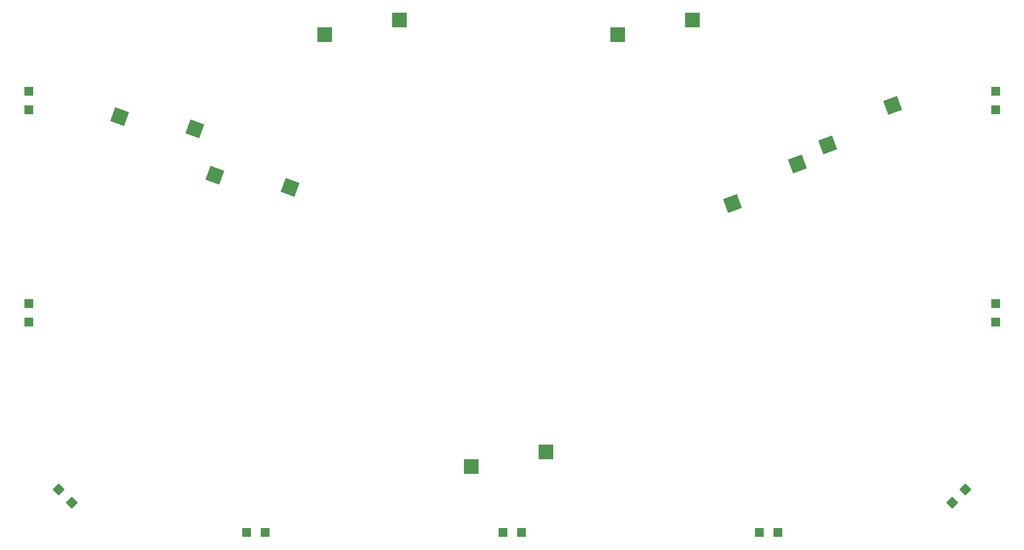
<source format=gbp>
G04*
G04 #@! TF.GenerationSoftware,Altium Limited,CircuitMaker,2.1.0 (2.1.0.4)*
G04*
G04 Layer_Color=16770453*
%FSLAX25Y25*%
%MOIN*%
G70*
G04*
G04 #@! TF.SameCoordinates,28D2FB88-65ED-4333-9925-A9BECD5D763D*
G04*
G04*
G04 #@! TF.FilePolarity,Positive*
G04*
G01*
G75*
%ADD26R,0.05905X0.05905*%
%ADD40P,0.08352X4X180.0*%
%ADD41R,0.05905X0.05905*%
%ADD42P,0.08352X4X90.0*%
%ADD43P,0.14142X4X385.0*%
%ADD44P,0.14142X4X65.0*%
%ADD45R,0.10000X0.10000*%
D26*
X181299Y20000D02*
D03*
X343701D02*
D03*
X356299D02*
D03*
X518701D02*
D03*
X531299D02*
D03*
X168701D02*
D03*
D40*
X40546Y49454D02*
D03*
X49454Y40546D02*
D03*
D41*
X20000Y176299D02*
D03*
Y321299D02*
D03*
Y308701D02*
D03*
X680000Y176299D02*
D03*
Y163701D02*
D03*
Y308701D02*
D03*
Y321299D02*
D03*
X20000Y163701D02*
D03*
D42*
X650546Y40546D02*
D03*
X659454Y49454D02*
D03*
D43*
X133453Y295927D02*
D03*
X82109Y303974D02*
D03*
X147109Y263973D02*
D03*
X198453Y255927D02*
D03*
D44*
X565268Y284820D02*
D03*
X609773Y311660D02*
D03*
X544773Y271660D02*
D03*
X500268Y244820D02*
D03*
D45*
X422000Y360000D02*
D03*
X473000Y370000D02*
D03*
X222000Y360000D02*
D03*
X273000Y370000D02*
D03*
X322000Y65000D02*
D03*
X373000Y75000D02*
D03*
M02*

</source>
